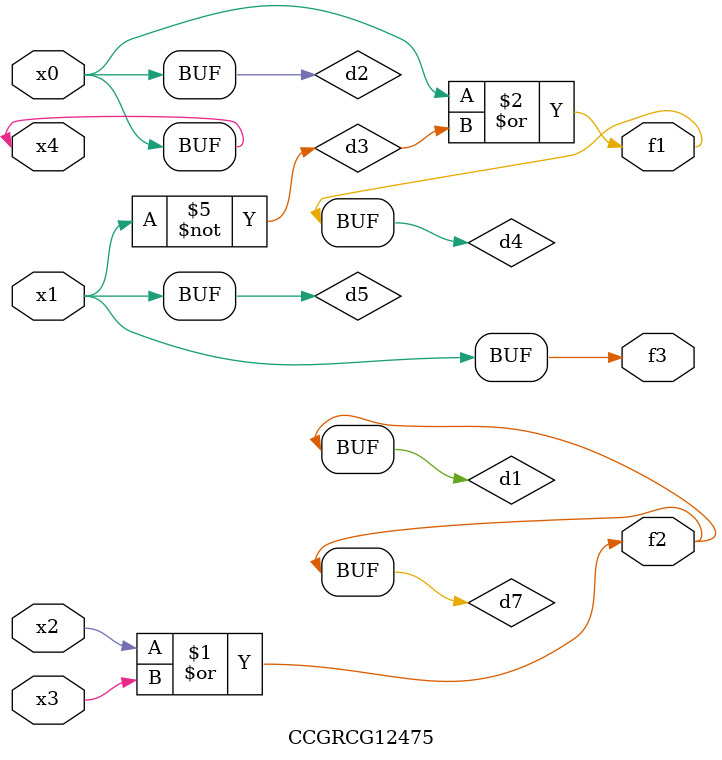
<source format=v>
module CCGRCG12475(
	input x0, x1, x2, x3, x4,
	output f1, f2, f3
);

	wire d1, d2, d3, d4, d5, d6, d7;

	or (d1, x2, x3);
	buf (d2, x0, x4);
	not (d3, x1);
	or (d4, d2, d3);
	not (d5, d3);
	nand (d6, d1, d3);
	or (d7, d1);
	assign f1 = d4;
	assign f2 = d7;
	assign f3 = d5;
endmodule

</source>
